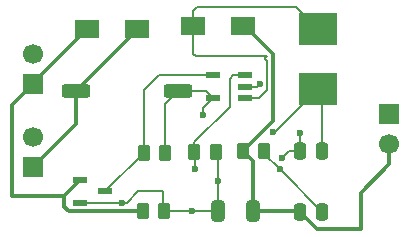
<source format=gtl>
%TF.GenerationSoftware,KiCad,Pcbnew,9.0.6*%
%TF.CreationDate,2025-12-11T09:20:50-05:00*%
%TF.ProjectId,Mini_Solar_Supply,4d696e69-5f53-46f6-9c61-725f53757070,rev?*%
%TF.SameCoordinates,Original*%
%TF.FileFunction,Copper,L1,Top*%
%TF.FilePolarity,Positive*%
%FSLAX46Y46*%
G04 Gerber Fmt 4.6, Leading zero omitted, Abs format (unit mm)*
G04 Created by KiCad (PCBNEW 9.0.6) date 2025-12-11 09:20:50*
%MOMM*%
%LPD*%
G01*
G04 APERTURE LIST*
G04 Aperture macros list*
%AMRoundRect*
0 Rectangle with rounded corners*
0 $1 Rounding radius*
0 $2 $3 $4 $5 $6 $7 $8 $9 X,Y pos of 4 corners*
0 Add a 4 corners polygon primitive as box body*
4,1,4,$2,$3,$4,$5,$6,$7,$8,$9,$2,$3,0*
0 Add four circle primitives for the rounded corners*
1,1,$1+$1,$2,$3*
1,1,$1+$1,$4,$5*
1,1,$1+$1,$6,$7*
1,1,$1+$1,$8,$9*
0 Add four rect primitives between the rounded corners*
20,1,$1+$1,$2,$3,$4,$5,0*
20,1,$1+$1,$4,$5,$6,$7,0*
20,1,$1+$1,$6,$7,$8,$9,0*
20,1,$1+$1,$8,$9,$2,$3,0*%
G04 Aperture macros list end*
%TA.AperFunction,ComponentPad*%
%ADD10R,1.700000X1.700000*%
%TD*%
%TA.AperFunction,ComponentPad*%
%ADD11C,1.700000*%
%TD*%
%TA.AperFunction,SMDPad,CuDef*%
%ADD12R,2.120000X1.500000*%
%TD*%
%TA.AperFunction,SMDPad,CuDef*%
%ADD13RoundRect,0.250000X-0.250000X-0.475000X0.250000X-0.475000X0.250000X0.475000X-0.250000X0.475000X0*%
%TD*%
%TA.AperFunction,SMDPad,CuDef*%
%ADD14R,1.300000X0.600000*%
%TD*%
%TA.AperFunction,SMDPad,CuDef*%
%ADD15RoundRect,0.250000X-0.262500X-0.450000X0.262500X-0.450000X0.262500X0.450000X-0.262500X0.450000X0*%
%TD*%
%TA.AperFunction,SMDPad,CuDef*%
%ADD16RoundRect,0.250000X0.970000X0.310000X-0.970000X0.310000X-0.970000X-0.310000X0.970000X-0.310000X0*%
%TD*%
%TA.AperFunction,SMDPad,CuDef*%
%ADD17R,3.302000X2.667000*%
%TD*%
%TA.AperFunction,SMDPad,CuDef*%
%ADD18RoundRect,0.250000X0.262500X0.450000X-0.262500X0.450000X-0.262500X-0.450000X0.262500X-0.450000X0*%
%TD*%
%TA.AperFunction,SMDPad,CuDef*%
%ADD19R,1.181100X0.558800*%
%TD*%
%TA.AperFunction,SMDPad,CuDef*%
%ADD20RoundRect,0.250000X0.325000X0.650000X-0.325000X0.650000X-0.325000X-0.650000X0.325000X-0.650000X0*%
%TD*%
%TA.AperFunction,SMDPad,CuDef*%
%ADD21RoundRect,0.250000X0.250000X0.475000X-0.250000X0.475000X-0.250000X-0.475000X0.250000X-0.475000X0*%
%TD*%
%TA.AperFunction,ViaPad*%
%ADD22C,0.600000*%
%TD*%
%TA.AperFunction,Conductor*%
%ADD23C,0.200000*%
%TD*%
%TA.AperFunction,Conductor*%
%ADD24C,0.350000*%
%TD*%
G04 APERTURE END LIST*
D10*
%TO.P,J2,1,Pin_1*%
%TO.N,/BAT_P*%
X127337200Y-132745400D03*
D11*
%TO.P,J2,2,Pin_2*%
%TO.N,GNDD*%
X127337200Y-130205400D03*
%TD*%
D12*
%TO.P,D2,A*%
%TO.N,/Solar_P+*%
X131940200Y-121005600D03*
%TO.P,D2,C*%
%TO.N,/BAT_P*%
X136170200Y-121005600D03*
%TD*%
D13*
%TO.P,C3,1*%
%TO.N,/OUT_P*%
X149976800Y-136525000D03*
%TO.P,C3,2*%
%TO.N,Net-(U1-FB)*%
X151876800Y-136525000D03*
%TD*%
D14*
%TO.P,Q1,1,G*%
%TO.N,/Solar_P+*%
X131360200Y-133822400D03*
%TO.P,Q1,2,S*%
%TO.N,GNDD*%
X131360200Y-135722400D03*
%TO.P,Q1,3,D*%
%TO.N,Net-(Q1-D)*%
X133460200Y-134772400D03*
%TD*%
D10*
%TO.P,J4,1,Pin_1*%
%TO.N,/Solar_P+*%
X127346400Y-125684200D03*
D11*
%TO.P,J4,2,Pin_2*%
%TO.N,GNDD*%
X127346400Y-123144200D03*
%TD*%
D10*
%TO.P,J1,1,Pin_1*%
%TO.N,GNDD*%
X157540000Y-128214200D03*
D11*
%TO.P,J1,2,Pin_2*%
%TO.N,/OUT_P*%
X157540000Y-130754200D03*
%TD*%
D15*
%TO.P,R2,1*%
%TO.N,Net-(U1-FB)*%
X141022700Y-131419600D03*
%TO.P,R2,2*%
%TO.N,GNDD*%
X142847700Y-131419600D03*
%TD*%
D16*
%TO.P,J3,1,Pin_1*%
%TO.N,Net-(J3-Pin_1)*%
X139610800Y-126314200D03*
%TO.P,J3,2,Pin_2*%
%TO.N,/BAT_P*%
X131000800Y-126314200D03*
%TD*%
D17*
%TO.P,L1,1,1*%
%TO.N,Net-(U1-SW)*%
X151460200Y-121005600D03*
%TO.P,L1,2,2*%
%TO.N,Net-(J3-Pin_1)*%
X151460200Y-126136400D03*
%TD*%
D15*
%TO.P,R4,1*%
%TO.N,/Solar_P+*%
X136679300Y-136474200D03*
%TO.P,R4,2*%
%TO.N,GNDD*%
X138504300Y-136474200D03*
%TD*%
D18*
%TO.P,R3,1*%
%TO.N,Net-(J3-Pin_1)*%
X138580500Y-131495800D03*
%TO.P,R3,2*%
%TO.N,Net-(Q1-D)*%
X136755500Y-131495800D03*
%TD*%
D15*
%TO.P,R1,1*%
%TO.N,/OUT_P*%
X145112100Y-131368800D03*
%TO.P,R1,2*%
%TO.N,Net-(U1-FB)*%
X146937100Y-131368800D03*
%TD*%
D19*
%TO.P,U1,1,SW*%
%TO.N,Net-(U1-SW)*%
X145332450Y-126857801D03*
%TO.P,U1,2,GND*%
%TO.N,GNDD*%
X145332450Y-125907800D03*
%TO.P,U1,3,FB*%
%TO.N,Net-(U1-FB)*%
X145332450Y-124957799D03*
%TO.P,U1,4,SHDN*%
%TO.N,Net-(Q1-D)*%
X142601950Y-124957799D03*
%TO.P,U1,5,VIN*%
%TO.N,Net-(J3-Pin_1)*%
X142601950Y-126857801D03*
%TD*%
D12*
%TO.P,D1,A*%
%TO.N,Net-(U1-SW)*%
X140937800Y-120802400D03*
%TO.P,D1,C*%
%TO.N,/OUT_P*%
X145167800Y-120802400D03*
%TD*%
D20*
%TO.P,C2,1*%
%TO.N,/OUT_P*%
X145975600Y-136423400D03*
%TO.P,C2,2*%
%TO.N,GNDD*%
X143025600Y-136423400D03*
%TD*%
D21*
%TO.P,C1,1*%
%TO.N,Net-(J3-Pin_1)*%
X151851400Y-131394200D03*
%TO.P,C1,2*%
%TO.N,GNDD*%
X149951400Y-131394200D03*
%TD*%
D22*
%TO.N,Net-(J3-Pin_1)*%
X141782800Y-128270000D03*
X147726400Y-129743200D03*
%TO.N,GNDD*%
X148463000Y-131978400D03*
X140868400Y-136474200D03*
X149961600Y-129870200D03*
X134899400Y-135722400D03*
X146558000Y-125653800D03*
X143025600Y-133883400D03*
%TO.N,Net-(U1-FB)*%
X148252200Y-132900400D03*
X141097000Y-132867400D03*
%TD*%
D23*
%TO.N,Net-(J3-Pin_1)*%
X138580500Y-127344500D02*
X139610800Y-126314200D01*
X151851400Y-126527600D02*
X151460200Y-126136400D01*
X139610800Y-126314200D02*
X142058349Y-126314200D01*
X151851400Y-131394200D02*
X151851400Y-126527600D01*
X138580500Y-131495800D02*
X138580500Y-127344500D01*
X141782800Y-127676951D02*
X142601950Y-126857801D01*
X147853400Y-129743200D02*
X147726400Y-129743200D01*
X141782800Y-128270000D02*
X141782800Y-127676951D01*
X151460200Y-126136400D02*
X147853400Y-129743200D01*
X142058349Y-126314200D02*
X142601950Y-126857801D01*
%TO.N,GNDD*%
X136271000Y-134747000D02*
X138404600Y-134747000D01*
X145332450Y-125907800D02*
X146304000Y-125907800D01*
X149047200Y-131394200D02*
X148463000Y-131978400D01*
X146304000Y-125907800D02*
X146558000Y-125653800D01*
X134899400Y-135722400D02*
X135295600Y-135722400D01*
X143025600Y-131597500D02*
X142847700Y-131419600D01*
X140868400Y-136474200D02*
X142974800Y-136474200D01*
X143025600Y-133883400D02*
X143025600Y-131597500D01*
X149961600Y-129870200D02*
X149961600Y-131384000D01*
X138404600Y-136374500D02*
X138504300Y-136474200D01*
X149961600Y-131384000D02*
X149951400Y-131394200D01*
X143025600Y-136423400D02*
X143025600Y-133883400D01*
X131360200Y-135722400D02*
X134899400Y-135722400D01*
X142974800Y-136474200D02*
X143025600Y-136423400D01*
X135295600Y-135722400D02*
X136271000Y-134747000D01*
X149951400Y-131394200D02*
X149047200Y-131394200D01*
X138404600Y-134747000D02*
X138404600Y-136374500D01*
X138504300Y-136474200D02*
X140868400Y-136474200D01*
D24*
%TO.N,/OUT_P*%
X145167800Y-120802400D02*
X145326166Y-120802400D01*
X157540000Y-130754200D02*
X157540000Y-132479026D01*
X149875200Y-136423400D02*
X149976800Y-136525000D01*
X155117800Y-134901226D02*
X155117800Y-137982600D01*
X151434400Y-137982600D02*
X149976800Y-136525000D01*
X147669000Y-123145234D02*
X147669000Y-128811900D01*
X157540000Y-132479026D02*
X155117800Y-134901226D01*
X145975600Y-136423400D02*
X145975600Y-132232300D01*
X145975600Y-136423400D02*
X149875200Y-136423400D01*
X155117800Y-137982600D02*
X151434400Y-137982600D01*
X145326166Y-120802400D02*
X147669000Y-123145234D01*
X147669000Y-128811900D02*
X145112100Y-131368800D01*
X145975600Y-132232300D02*
X145112100Y-131368800D01*
D23*
%TO.N,Net-(U1-FB)*%
X148252200Y-132900400D02*
X146937100Y-131585300D01*
X141097000Y-131493900D02*
X141022700Y-131419600D01*
X144018000Y-127635000D02*
X144018000Y-125247400D01*
X141097000Y-132867400D02*
X141097000Y-131493900D01*
X141022700Y-130630300D02*
X144018000Y-127635000D01*
X141022700Y-131419600D02*
X141022700Y-130630300D01*
X146937100Y-131585300D02*
X146937100Y-131368800D01*
X144018000Y-125247400D02*
X144307601Y-124957799D01*
X151876800Y-136525000D02*
X148252200Y-132900400D01*
X144307601Y-124957799D02*
X145332450Y-124957799D01*
%TO.N,Net-(U1-SW)*%
X140937800Y-119488400D02*
X140937800Y-120802400D01*
X147040600Y-123596400D02*
X147040600Y-123494800D01*
X147040600Y-123494800D02*
X147193000Y-123342400D01*
X140937800Y-123107000D02*
X140937800Y-120802400D01*
X145332450Y-126857801D02*
X146522399Y-126857801D01*
X147167600Y-126212600D02*
X147167600Y-123723400D01*
X141173200Y-123342400D02*
X140937800Y-123107000D01*
X149597400Y-119142800D02*
X141274800Y-119142800D01*
X141274800Y-119142800D02*
X141274800Y-119151400D01*
X146522399Y-126857801D02*
X147167600Y-126212600D01*
X147193000Y-123342400D02*
X141173200Y-123342400D01*
X151460200Y-121005600D02*
X149597400Y-119142800D01*
X141274800Y-119151400D02*
X140937800Y-119488400D01*
X147167600Y-123723400D02*
X147040600Y-123596400D01*
D24*
%TO.N,/Solar_P+*%
X130029200Y-135153400D02*
X125577600Y-135153400D01*
X130029200Y-136093400D02*
X130029200Y-135153400D01*
X127346400Y-125599400D02*
X131940200Y-121005600D01*
X125577600Y-135153400D02*
X125577600Y-127453000D01*
X136679300Y-136474200D02*
X130410000Y-136474200D01*
X127346400Y-125684200D02*
X127346400Y-125599400D01*
X125577600Y-127453000D02*
X127346400Y-125684200D01*
X130410000Y-136474200D02*
X130029200Y-136093400D01*
X131360200Y-133822400D02*
X130029200Y-135153400D01*
%TO.N,/BAT_P*%
X131000800Y-129081800D02*
X131000800Y-126314200D01*
X136170200Y-121144800D02*
X136170200Y-121005600D01*
X127337200Y-132745400D02*
X131000800Y-129081800D01*
X131000800Y-126314200D02*
X136170200Y-121144800D01*
D23*
%TO.N,Net-(Q1-D)*%
X133478900Y-134772400D02*
X136755500Y-131495800D01*
X136755500Y-131495800D02*
X136755500Y-126210700D01*
X133460200Y-134772400D02*
X133478900Y-134772400D01*
X136755500Y-126210700D02*
X138008401Y-124957799D01*
X138008401Y-124957799D02*
X142601950Y-124957799D01*
%TD*%
M02*

</source>
